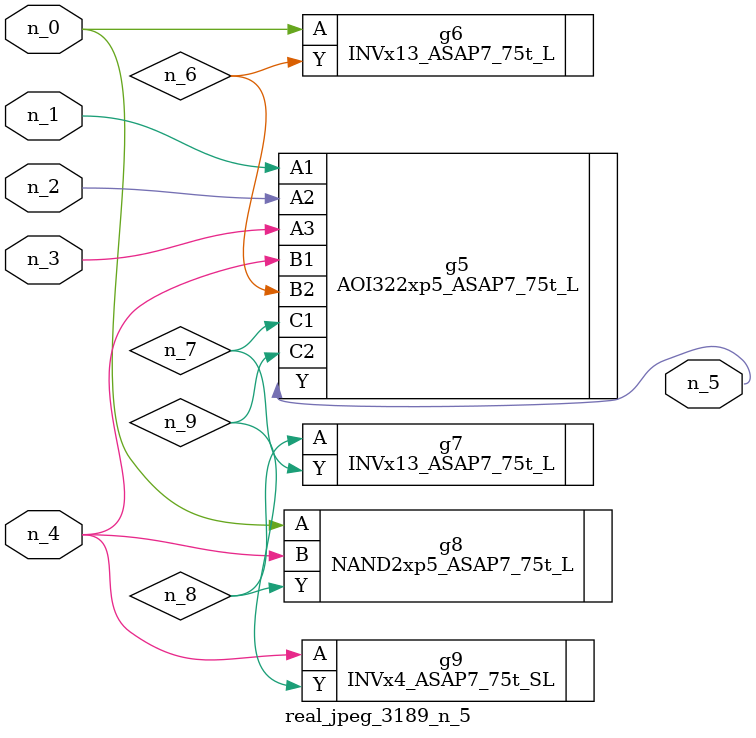
<source format=v>
module real_jpeg_3189_n_5 (n_4, n_0, n_1, n_2, n_3, n_5);

input n_4;
input n_0;
input n_1;
input n_2;
input n_3;

output n_5;

wire n_8;
wire n_6;
wire n_7;
wire n_9;

INVx13_ASAP7_75t_L g6 ( 
.A(n_0),
.Y(n_6)
);

NAND2xp5_ASAP7_75t_L g8 ( 
.A(n_0),
.B(n_4),
.Y(n_8)
);

AOI322xp5_ASAP7_75t_L g5 ( 
.A1(n_1),
.A2(n_2),
.A3(n_3),
.B1(n_4),
.B2(n_6),
.C1(n_7),
.C2(n_9),
.Y(n_5)
);

INVx4_ASAP7_75t_SL g9 ( 
.A(n_4),
.Y(n_9)
);

INVx13_ASAP7_75t_L g7 ( 
.A(n_8),
.Y(n_7)
);


endmodule
</source>
